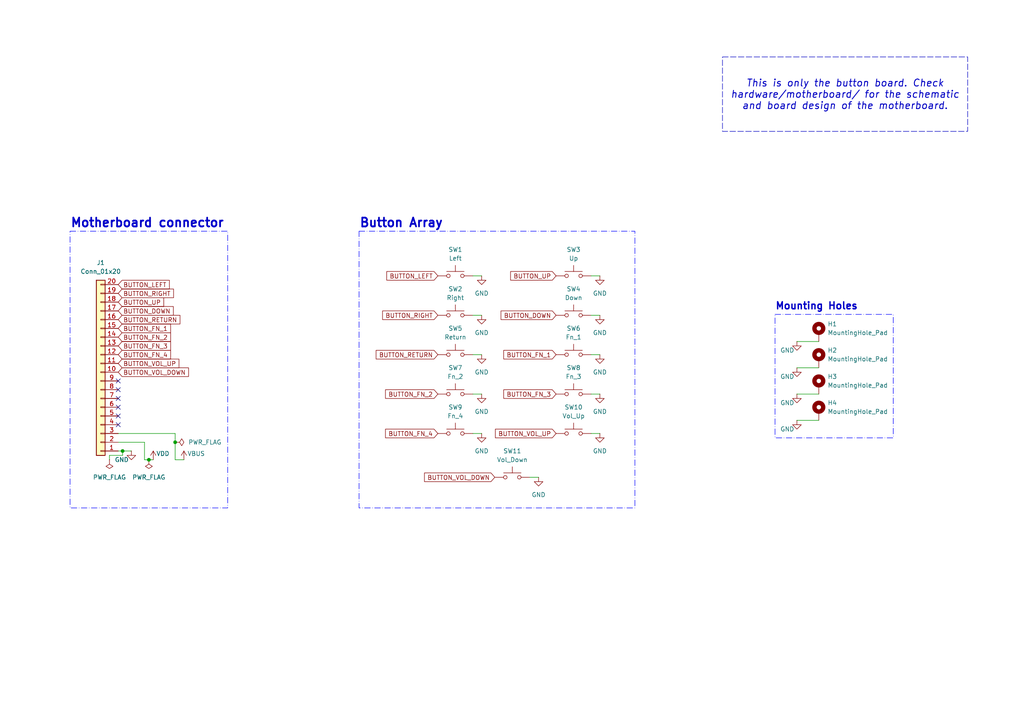
<source format=kicad_sch>
(kicad_sch (version 20250114) (generator "eeschema") (generator_version "9.0")
  (paper "A4")
  (title_block (title "NorthReach 1 - Button board") (date "2026-01-08") (rev "v1.0") (company "Stratos Thivaios") (comment 1 "CERN Open Hardware License v2 - Strongly Reciprocal") (comment 2 "Copyright © 2026 Stratos Thivaios") (comment 3 "github.com/sthivaios/northreach_1"))
  (lib_symbols
    (symbol "Connector_Generic:Conn_01x20" (pin_names (offset 1.016) (hide yes))
      (property "Reference" "J" (at 0 25.4 0))
      (property "Value" "Conn_01x20" (at 0 -27.94 0))
      (symbol "Conn_01x20_1_1"
        (rectangle (start -1.27 24.13) (end 1.27 -26.67) (stroke (width 0.254)) (fill (type background)))
        (rectangle (start -1.27 22.987) (end 0 22.733) (stroke (width 0.1524)))
        (rectangle (start -1.27 20.447) (end 0 20.193) (stroke (width 0.1524)))
        (rectangle (start -1.27 17.907) (end 0 17.653) (stroke (width 0.1524)))
        (rectangle (start -1.27 15.367) (end 0 15.113) (stroke (width 0.1524)))
        (rectangle (start -1.27 12.827) (end 0 12.573) (stroke (width 0.1524)))
        (rectangle (start -1.27 10.287) (end 0 10.033) (stroke (width 0.1524)))
        (rectangle (start -1.27 7.747) (end 0 7.493) (stroke (width 0.1524)))
        (rectangle (start -1.27 5.207) (end 0 4.953) (stroke (width 0.1524)))
        (rectangle (start -1.27 2.667) (end 0 2.413) (stroke (width 0.1524)))
        (rectangle (start -1.27 0.127) (end 0 -0.127) (stroke (width 0.1524)))
        (rectangle (start -1.27 -2.413) (end 0 -2.667) (stroke (width 0.1524)))
        (rectangle (start -1.27 -4.953) (end 0 -5.207) (stroke (width 0.1524)))
        (rectangle (start -1.27 -7.493) (end 0 -7.747) (stroke (width 0.1524)))
        (rectangle (start -1.27 -10.033) (end 0 -10.287) (stroke (width 0.1524)))
        (rectangle (start -1.27 -12.573) (end 0 -12.827) (stroke (width 0.1524)))
        (rectangle (start -1.27 -15.113) (end 0 -15.367) (stroke (width 0.1524)))
        (rectangle (start -1.27 -17.653) (end 0 -17.907) (stroke (width 0.1524)))
        (rectangle (start -1.27 -20.193) (end 0 -20.447) (stroke (width 0.1524)))
        (rectangle (start -1.27 -22.733) (end 0 -22.987) (stroke (width 0.1524)))
        (rectangle (start -1.27 -25.273) (end 0 -25.527) (stroke (width 0.1524)))
        (pin passive line (at -5.08 22.86 0) (length 3.81) (name "Pin_1") (number "1"))
        (pin passive line (at -5.08 20.32 0) (length 3.81) (name "Pin_2") (number "2"))
        (pin passive line (at -5.08 17.78 0) (length 3.81) (name "Pin_3") (number "3"))
        (pin passive line (at -5.08 15.24 0) (length 3.81) (name "Pin_4") (number "4"))
        (pin passive line (at -5.08 12.7 0) (length 3.81) (name "Pin_5") (number "5"))
        (pin passive line (at -5.08 10.16 0) (length 3.81) (name "Pin_6") (number "6"))
        (pin passive line (at -5.08 7.62 0) (length 3.81) (name "Pin_7") (number "7"))
        (pin passive line (at -5.08 5.08 0) (length 3.81) (name "Pin_8") (number "8"))
        (pin passive line (at -5.08 2.54 0) (length 3.81) (name "Pin_9") (number "9"))
        (pin passive line (at -5.08 0 0) (length 3.81) (name "Pin_10") (number "10"))
        (pin passive line (at -5.08 -2.54 0) (length 3.81) (name "Pin_11") (number "11"))
        (pin passive line (at -5.08 -5.08 0) (length 3.81) (name "Pin_12") (number "12"))
        (pin passive line (at -5.08 -7.62 0) (length 3.81) (name "Pin_13") (number "13"))
        (pin passive line (at -5.08 -10.16 0) (length 3.81) (name "Pin_14") (number "14"))
        (pin passive line (at -5.08 -12.7 0) (length 3.81) (name "Pin_15") (number "15"))
        (pin passive line (at -5.08 -15.24 0) (length 3.81) (name "Pin_16") (number "16"))
        (pin passive line (at -5.08 -17.78 0) (length 3.81) (name "Pin_17") (number "17"))
        (pin passive line (at -5.08 -20.32 0) (length 3.81) (name "Pin_18") (number "18"))
        (pin passive line (at -5.08 -22.86 0) (length 3.81) (name "Pin_19") (number "19"))
        (pin passive line (at -5.08 -25.4 0) (length 3.81) (name "Pin_20") (number "20"))
      )
    )
    (symbol "Mechanical:MountingHole_Pad" (pin_numbers (hide yes)) (pin_names (offset 1.016) (hide yes)) (in_bom no)
      (property "Reference" "H" (at 0 6.35 0))
      (property "Value" "MountingHole_Pad" (at 0 4.445 0))
      (symbol "MountingHole_Pad_0_1"
        (circle (center 0 1.27) (radius 1.27) (stroke (width 1.27)))
      )
      (symbol "MountingHole_Pad_1_1"
        (pin input line (at 0 -2.54 90) (length 2.54) (name "1") (number "1"))
      )
    )
    (symbol "Switch:SW_Push" (pin_numbers (hide yes)) (pin_names (offset 1.016) (hide yes))
      (property "Reference" "SW" (at 1.27 2.54 0))
      (property "Value" "SW_Push" (at 0 -1.524 0))
      (symbol "SW_Push_0_1"
        (circle (center -2.032 0) (radius 0.508))
        (polyline (pts (xy 0 1.27) (xy 0 3.048)))
        (circle (center 2.032 0) (radius 0.508))
        (polyline (pts (xy 2.54 1.27) (xy -2.54 1.27)))
        (pin passive line (at -5.08 0 0) (length 2.54) (name "1") (number "1"))
        (pin passive line (at 5.08 0 180) (length 2.54) (name "2") (number "2"))
      )
    )
    (symbol "power:GND" (power) (pin_numbers (hide yes)) (pin_names (offset 0) (hide yes))
      (property "Value" "GND" (at 0 -3.81 0))
      (symbol "GND_0_1"
        (polyline (pts (xy 0 0) (xy 0 -1.27) (xy 1.27 -1.27) (xy 0 -2.54) (xy -1.27 -1.27) (xy 0 -1.27)))
      )
      (symbol "GND_1_1"
        (pin power_in line (at 0 0 270) (length 0) (name "~") (number "1"))
      )
    )
    (symbol "power:PWR_FLAG" (power) (pin_numbers (hide yes)) (pin_names (offset 0) (hide yes))
      (property "Value" "PWR_FLAG" (at 0 3.81 0))
      (symbol "PWR_FLAG_0_0"
        (pin power_out line (at 0 0 90) (length 0) (name "~") (number "1"))
      )
      (symbol "PWR_FLAG_0_1"
        (polyline (pts (xy 0 0) (xy 0 1.27) (xy -1.016 1.905) (xy 0 2.54) (xy 1.016 1.905) (xy 0 1.27)))
      )
    )
    (symbol "power:VBUS" (power) (pin_numbers (hide yes)) (pin_names (offset 0) (hide yes))
      (property "Value" "VBUS" (at 0 3.556 0))
      (symbol "VBUS_0_1"
        (polyline (pts (xy -0.762 1.27) (xy 0 2.54)))
        (polyline (pts (xy 0 2.54) (xy 0.762 1.27)))
        (polyline (pts (xy 0 0) (xy 0 2.54)))
      )
      (symbol "VBUS_1_1"
        (pin power_in line (at 0 0 90) (length 0) (name "~") (number "1"))
      )
    )
    (symbol "power:VDD" (power) (pin_numbers (hide yes)) (pin_names (offset 0) (hide yes))
      (property "Value" "VDD" (at 0 3.556 0))
      (symbol "VDD_0_1"
        (polyline (pts (xy -0.762 1.27) (xy 0 2.54)))
        (polyline (pts (xy 0 2.54) (xy 0.762 1.27)))
        (polyline (pts (xy 0 0) (xy 0 2.54)))
      )
      (symbol "VDD_1_1"
        (pin power_in line (at 0 0 90) (length 0) (name "~") (number "1"))
      )
    )
  )
  (rectangle (start 20.32 67.056) (end 66.04 147.32) (stroke (width 0) (type dash_dot) (color 0 1 255 1)))
  (rectangle (start 104.14 67.056) (end 184.15 147.32) (stroke (width 0) (type dash_dot) (color 0 1 255 1)))
  (rectangle (start 224.79 91.186) (end 259.08 127) (stroke (width 0) (type dash_dot) (color 0 1 255 1)))
  (text "Motherboard connector" (at 20.32 64.77 0) (effects (font (size 2.54 2.54) (thickness 0.508) (bold yes)) (justify left)))
  (text "Mounting Holes" (at 224.79 88.9 0) (effects (font (size 2.032 2.032) (thickness 0.4064) (bold yes)) (justify left)))
  (text "Button Array" (at 104.14 64.77 0) (effects (font (size 2.54 2.54) (thickness 0.508) (bold yes)) (justify left)))
  (text_box "This is only the button board. Check hardware/motherboard/ for the schematic and board design of the motherboard." (at 209.55 16.51 0) (size 71.12 21.59) (margins 0.9525 0.9525 0.9525 0.9525) (stroke (width 0) (type dash)) (effects (font (size 2.032 2.032) (thickness 0.254) (italic yes))))
  (junction (at 43.18 133.35))
  (junction (at 50.8 128.27))
  (junction (at 35.56 130.81))
  (no_connect (at 34.29 115.57))
  (no_connect (at 34.29 110.49))
  (no_connect (at 34.29 113.03))
  (no_connect (at 34.29 123.19))
  (no_connect (at 34.29 118.11))
  (no_connect (at 34.29 120.65))
  (wire (pts (xy 137.16 114.3) (xy 139.7 114.3)))
  (wire (pts (xy 137.16 91.44) (xy 139.7 91.44)))
  (wire (pts (xy 50.8 125.73) (xy 50.8 128.27)))
  (wire (pts (xy 137.16 80.01) (xy 139.7 80.01)))
  (wire (pts (xy 153.67 138.43) (xy 156.21 138.43)))
  (wire (pts (xy 231.14 106.68) (xy 237.49 106.68)))
  (wire (pts (xy 50.8 128.27) (xy 50.8 133.35)))
  (wire (pts (xy 137.16 125.73) (xy 139.7 125.73)))
  (wire (pts (xy 31.75 133.35) (xy 31.75 132.08)))
  (wire (pts (xy 171.45 114.3) (xy 173.99 114.3)))
  (wire (pts (xy 231.14 114.3) (xy 237.49 114.3)))
  (wire (pts (xy 41.91 133.35) (xy 43.18 133.35)))
  (wire (pts (xy 171.45 91.44) (xy 173.99 91.44)))
  (wire (pts (xy 41.91 128.27) (xy 41.91 133.35)))
  (wire (pts (xy 171.45 80.01) (xy 173.99 80.01)))
  (wire (pts (xy 34.29 130.81) (xy 35.56 130.81)))
  (wire (pts (xy 35.56 130.81) (xy 38.1 130.81)))
  (wire (pts (xy 35.56 132.08) (xy 35.56 130.81)))
  (wire (pts (xy 171.45 125.73) (xy 173.99 125.73)))
  (wire (pts (xy 34.29 125.73) (xy 50.8 125.73)))
  (wire (pts (xy 171.45 102.87) (xy 173.99 102.87)))
  (wire (pts (xy 31.75 132.08) (xy 35.56 132.08)))
  (wire (pts (xy 43.18 133.35) (xy 44.45 133.35)))
  (wire (pts (xy 137.16 102.87) (xy 139.7 102.87)))
  (wire (pts (xy 231.14 99.06) (xy 237.49 99.06)))
  (wire (pts (xy 34.29 128.27) (xy 41.91 128.27)))
  (wire (pts (xy 231.14 121.92) (xy 237.49 121.92)))
  (wire (pts (xy 50.8 133.35) (xy 53.34 133.35)))
  (global_label "BUTTON_UP" (shape input) (at 34.29 87.63 0) (property "Intersheetrefs" "${INTERSHEET_REFS}" (effects (hide yes))))
  (global_label "BUTTON_LEFT" (shape input) (at 34.29 82.55 0) (property "Intersheetrefs" "${INTERSHEET_REFS}" (effects (hide yes))))
  (global_label "BUTTON_RETURN" (shape input) (at 34.29 92.71 0) (property "Intersheetrefs" "${INTERSHEET_REFS}" (effects (hide yes))))
  (global_label "BUTTON_VOL_UP" (shape input) (at 34.29 105.41 0) (property "Intersheetrefs" "${INTERSHEET_REFS}" (effects (hide yes))))
  (global_label "BUTTON_DOWN" (shape input) (at 161.29 91.44 180) (property "Intersheetrefs" "${INTERSHEET_REFS}" (effects (hide yes))))
  (global_label "BUTTON_FN_1" (shape input) (at 161.29 102.87 180) (property "Intersheetrefs" "${INTERSHEET_REFS}" (effects (hide yes))))
  (global_label "BUTTON_VOL_UP" (shape input) (at 161.29 125.73 180) (property "Intersheetrefs" "${INTERSHEET_REFS}" (effects (hide yes))))
  (global_label "BUTTON_VOL_DOWN" (shape input) (at 34.29 107.95 0) (property "Intersheetrefs" "${INTERSHEET_REFS}" (effects (hide yes))))
  (global_label "BUTTON_FN_1" (shape input) (at 34.29 95.25 0) (property "Intersheetrefs" "${INTERSHEET_REFS}" (effects (hide yes))))
  (global_label "BUTTON_DOWN" (shape input) (at 34.29 90.17 0) (property "Intersheetrefs" "${INTERSHEET_REFS}" (effects (hide yes))))
  (global_label "BUTTON_FN_4" (shape input) (at 34.29 102.87 0) (property "Intersheetrefs" "${INTERSHEET_REFS}" (effects (hide yes))))
  (global_label "BUTTON_FN_2" (shape input) (at 34.29 97.79 0) (property "Intersheetrefs" "${INTERSHEET_REFS}" (effects (hide yes))))
  (global_label "BUTTON_RETURN" (shape input) (at 127 102.87 180) (property "Intersheetrefs" "${INTERSHEET_REFS}" (effects (hide yes))))
  (global_label "BUTTON_LEFT" (shape input) (at 127 80.01 180) (property "Intersheetrefs" "${INTERSHEET_REFS}" (effects (hide yes))))
  (global_label "BUTTON_RIGHT" (shape input) (at 34.29 85.09 0) (property "Intersheetrefs" "${INTERSHEET_REFS}" (effects (hide yes))))
  (global_label "BUTTON_UP" (shape input) (at 161.29 80.01 180) (property "Intersheetrefs" "${INTERSHEET_REFS}" (effects (hide yes))))
  (global_label "BUTTON_FN_2" (shape input) (at 127 114.3 180) (property "Intersheetrefs" "${INTERSHEET_REFS}" (effects (hide yes))))
  (global_label "BUTTON_FN_4" (shape input) (at 127 125.73 180) (property "Intersheetrefs" "${INTERSHEET_REFS}" (effects (hide yes))))
  (global_label "BUTTON_RIGHT" (shape input) (at 127 91.44 180) (property "Intersheetrefs" "${INTERSHEET_REFS}" (effects (hide yes))))
  (global_label "BUTTON_VOL_DOWN" (shape input) (at 143.51 138.43 180) (property "Intersheetrefs" "${INTERSHEET_REFS}" (effects (hide yes))))
  (global_label "BUTTON_FN_3" (shape input) (at 34.29 100.33 0) (property "Intersheetrefs" "${INTERSHEET_REFS}" (effects (hide yes))))
  (global_label "BUTTON_FN_3" (shape input) (at 161.29 114.3 180) (property "Intersheetrefs" "${INTERSHEET_REFS}" (effects (hide yes))))
  (symbol (lib_id "Connector_Generic:Conn_01x20") (at 29.21 107.95 180) (unit 1)
    (property "Reference" "J1" (at 29.21 76.2 0))
    (property "Value" "Conn_01x20" (at 29.21 78.74 0))
    (property "Footprint" "Connector_FFC-FPC:Hirose_FH12-20S-0.5SH_1x20-1MP_P0.50mm_Horizontal" (effects (hide yes)))
    (property "Description" "Generic connector, single row, 01x20, script generated (kicad-library-utils/schlib/autogen/connector/)" (effects (hide yes)))
    (property "LCSC" "C596730" (effects (hide yes)))
  )
  (symbol (lib_id "Switch:SW_Push") (at 166.37 80.01 0) (unit 1)
    (property "Reference" "SW3" (at 166.37 72.39 0))
    (property "Value" "Up" (at 166.37 74.93 0))
    (property "Footprint" "Button_Switch_THT:SW_PUSH_6mm_H5mm" (effects (hide yes)))
    (property "Description" "Push button switch, generic, two pins" (effects (hide yes)))
  )
  (symbol (lib_id "Switch:SW_Push") (at 132.08 91.44 0) (unit 1)
    (property "Reference" "SW2" (at 132.08 83.82 0))
    (property "Value" "Right" (at 132.08 86.36 0))
    (property "Footprint" "Button_Switch_THT:SW_PUSH_6mm_H5mm" (effects (hide yes)))
    (property "Description" "Push button switch, generic, two pins" (effects (hide yes)))
  )
  (symbol (lib_id "Switch:SW_Push") (at 166.37 125.73 0) (unit 1)
    (property "Reference" "SW10" (at 166.37 118.11 0))
    (property "Value" "Vol_Up" (at 166.37 120.65 0))
    (property "Footprint" "Button_Switch_THT:SW_PUSH_6mm_H5mm" (effects (hide yes)))
    (property "Description" "Push button switch, generic, two pins" (effects (hide yes)))
  )
  (symbol (lib_id "power:GND") (at 139.7 114.3 0) (unit 1)
    (property "Reference" "#PWR036" (effects (hide yes)))
    (property "Value" "GND" (at 139.7 119.38 0))
    (property "Description" "Power symbol creates a global label with name \"GND\" , ground" (effects (hide yes)))
  )
  (symbol (lib_id "power:GND") (at 173.99 102.87 0) (unit 1)
    (property "Reference" "#PWR033" (effects (hide yes)))
    (property "Value" "GND" (at 173.99 107.95 0))
    (property "Description" "Power symbol creates a global label with name \"GND\" , ground" (effects (hide yes)))
  )
  (symbol (lib_id "Switch:SW_Push") (at 132.08 125.73 0) (unit 1)
    (property "Reference" "SW9" (at 132.08 118.11 0))
    (property "Value" "Fn_4" (at 132.08 120.65 0))
    (property "Footprint" "Button_Switch_THT:SW_PUSH_6mm_H5mm" (effects (hide yes)))
    (property "Description" "Push button switch, generic, two pins" (effects (hide yes)))
  )
  (symbol (lib_id "Switch:SW_Push") (at 132.08 80.01 0) (unit 1)
    (property "Reference" "SW1" (at 132.08 72.39 0))
    (property "Value" "Left" (at 132.08 74.93 0))
    (property "Footprint" "Button_Switch_THT:SW_PUSH_6mm_H5mm" (effects (hide yes)))
    (property "Description" "Push button switch, generic, two pins" (effects (hide yes)))
  )
  (symbol (lib_id "Mechanical:MountingHole_Pad") (at 237.49 119.38 0) (unit 1) (in_bom no)
    (property "Reference" "H4" (at 240.03 116.8399 0) (effects (justify left)))
    (property "Value" "MountingHole_Pad" (at 240.03 119.3799 0) (effects (justify left)))
    (property "Footprint" "MountingHole:MountingHole_2.2mm_M2_Pad" (effects (hide yes)))
    (property "Description" "Mounting Hole with connection" (effects (hide yes)))
  )
  (symbol (lib_id "power:GND") (at 173.99 125.73 0) (unit 1)
    (property "Reference" "#PWR032" (effects (hide yes)))
    (property "Value" "GND" (at 173.99 130.81 0))
    (property "Description" "Power symbol creates a global label with name \"GND\" , ground" (effects (hide yes)))
  )
  (symbol (lib_id "power:GND") (at 231.14 114.3 0) (mirror y) (unit 1)
    (property "Reference" "#PWR044" (effects (hide yes)))
    (property "Value" "GND" (at 228.346 116.84 0))
    (property "Description" "Power symbol creates a global label with name \"GND\" , ground" (effects (hide yes)))
  )
  (symbol (lib_id "power:GND") (at 139.7 80.01 0) (unit 1)
    (property "Reference" "#PWR028" (effects (hide yes)))
    (property "Value" "GND" (at 139.7 85.09 0))
    (property "Description" "Power symbol creates a global label with name \"GND\" , ground" (effects (hide yes)))
  )
  (symbol (lib_id "power:PWR_FLAG") (at 31.75 133.35 180) (unit 1)
    (property "Reference" "#FLG03" (effects (hide yes)))
    (property "Value" "PWR_FLAG" (at 31.75 138.43 0))
    (property "Description" "Special symbol for telling ERC where power comes from" (effects (hide yes)))
  )
  (symbol (lib_id "power:GND") (at 173.99 114.3 0) (unit 1)
    (property "Reference" "#PWR037" (effects (hide yes)))
    (property "Value" "GND" (at 173.99 119.38 0))
    (property "Description" "Power symbol creates a global label with name \"GND\" , ground" (effects (hide yes)))
  )
  (symbol (lib_id "power:GND") (at 231.14 121.92 0) (mirror y) (unit 1)
    (property "Reference" "#PWR045" (effects (hide yes)))
    (property "Value" "GND" (at 228.346 124.46 0))
    (property "Description" "Power symbol creates a global label with name \"GND\" , ground" (effects (hide yes)))
  )
  (symbol (lib_id "power:GND") (at 231.14 106.68 0) (mirror y) (unit 1)
    (property "Reference" "#PWR043" (effects (hide yes)))
    (property "Value" "GND" (at 228.346 109.22 0))
    (property "Description" "Power symbol creates a global label with name \"GND\" , ground" (effects (hide yes)))
  )
  (symbol (lib_id "power:GND") (at 139.7 125.73 0) (unit 1)
    (property "Reference" "#PWR038" (effects (hide yes)))
    (property "Value" "GND" (at 139.7 130.81 0))
    (property "Description" "Power symbol creates a global label with name \"GND\" , ground" (effects (hide yes)))
  )
  (symbol (lib_id "Switch:SW_Push") (at 166.37 114.3 0) (unit 1)
    (property "Reference" "SW8" (at 166.37 106.68 0))
    (property "Value" "Fn_3" (at 166.37 109.22 0))
    (property "Footprint" "Button_Switch_THT:SW_PUSH_6mm_H5mm" (effects (hide yes)))
    (property "Description" "Push button switch, generic, two pins" (effects (hide yes)))
  )
  (symbol (lib_id "power:GND") (at 173.99 80.01 0) (unit 1)
    (property "Reference" "#PWR031" (effects (hide yes)))
    (property "Value" "GND" (at 173.99 85.09 0))
    (property "Description" "Power symbol creates a global label with name \"GND\" , ground" (effects (hide yes)))
  )
  (symbol (lib_id "Mechanical:MountingHole_Pad") (at 237.49 104.14 0) (unit 1) (in_bom no)
    (property "Reference" "H2" (at 240.03 101.5999 0) (effects (justify left)))
    (property "Value" "MountingHole_Pad" (at 240.03 104.1399 0) (effects (justify left)))
    (property "Footprint" "MountingHole:MountingHole_2.2mm_M2_Pad" (effects (hide yes)))
    (property "Description" "Mounting Hole with connection" (effects (hide yes)))
  )
  (symbol (lib_id "power:GND") (at 231.14 99.06 0) (mirror y) (unit 1)
    (property "Reference" "#PWR042" (effects (hide yes)))
    (property "Value" "GND" (at 228.346 101.6 0))
    (property "Description" "Power symbol creates a global label with name \"GND\" , ground" (effects (hide yes)))
  )
  (symbol (lib_id "power:GND") (at 139.7 102.87 0) (unit 1)
    (property "Reference" "#PWR030" (effects (hide yes)))
    (property "Value" "GND" (at 139.7 107.95 0))
    (property "Description" "Power symbol creates a global label with name \"GND\" , ground" (effects (hide yes)))
  )
  (symbol (lib_id "Switch:SW_Push") (at 148.59 138.43 0) (unit 1)
    (property "Reference" "SW11" (at 148.59 130.81 0))
    (property "Value" "Vol_Down" (at 148.59 133.35 0))
    (property "Footprint" "Button_Switch_THT:SW_PUSH_6mm_H5mm" (effects (hide yes)))
    (property "Description" "Push button switch, generic, two pins" (effects (hide yes)))
  )
  (symbol (lib_id "power:GND") (at 173.99 91.44 0) (unit 1)
    (property "Reference" "#PWR034" (effects (hide yes)))
    (property "Value" "GND" (at 173.99 96.52 0))
    (property "Description" "Power symbol creates a global label with name \"GND\" , ground" (effects (hide yes)))
  )
  (symbol (lib_id "Switch:SW_Push") (at 166.37 91.44 0) (unit 1)
    (property "Reference" "SW4" (at 166.37 83.82 0))
    (property "Value" "Down" (at 166.37 86.36 0))
    (property "Footprint" "Button_Switch_THT:SW_PUSH_6mm_H5mm" (effects (hide yes)))
    (property "Description" "Push button switch, generic, two pins" (effects (hide yes)))
  )
  (symbol (lib_id "power:GND") (at 156.21 138.43 0) (unit 1)
    (property "Reference" "#PWR035" (effects (hide yes)))
    (property "Value" "GND" (at 156.21 143.51 0))
    (property "Description" "Power symbol creates a global label with name \"GND\" , ground" (effects (hide yes)))
  )
  (symbol (lib_id "power:GND") (at 38.1 130.81 0) (mirror y) (unit 1)
    (property "Reference" "#PWR01" (effects (hide yes)))
    (property "Value" "GND" (at 35.306 133.35 0))
    (property "Description" "Power symbol creates a global label with name \"GND\" , ground" (effects (hide yes)))
  )
  (symbol (lib_id "Mechanical:MountingHole_Pad") (at 237.49 111.76 0) (unit 1) (in_bom no)
    (property "Reference" "H3" (at 240.03 109.2199 0) (effects (justify left)))
    (property "Value" "MountingHole_Pad" (at 240.03 111.7599 0) (effects (justify left)))
    (property "Footprint" "MountingHole:MountingHole_2.2mm_M2_Pad" (effects (hide yes)))
    (property "Description" "Mounting Hole with connection" (effects (hide yes)))
  )
  (symbol (lib_id "power:VBUS") (at 53.34 133.35 0) (unit 1)
    (property "Reference" "#PWR03" (effects (hide yes)))
    (property "Value" "VBUS" (at 56.896 131.572 0))
    (property "Description" "Power symbol creates a global label with name \"VBUS\"" (effects (hide yes)))
  )
  (symbol (lib_id "Switch:SW_Push") (at 132.08 102.87 0) (unit 1)
    (property "Reference" "SW5" (at 132.08 95.25 0))
    (property "Value" "Return" (at 132.08 97.79 0))
    (property "Footprint" "Button_Switch_THT:SW_PUSH_6mm_H5mm" (effects (hide yes)))
    (property "Description" "Push button switch, generic, two pins" (effects (hide yes)))
  )
  (symbol (lib_id "power:PWR_FLAG") (at 43.18 133.35 180) (unit 1)
    (property "Reference" "#FLG02" (effects (hide yes)))
    (property "Value" "PWR_FLAG" (at 43.18 138.43 0))
    (property "Description" "Special symbol for telling ERC where power comes from" (effects (hide yes)))
  )
  (symbol (lib_id "Switch:SW_Push") (at 166.37 102.87 0) (unit 1)
    (property "Reference" "SW6" (at 166.37 95.25 0))
    (property "Value" "Fn_1" (at 166.37 97.79 0))
    (property "Footprint" "Button_Switch_THT:SW_PUSH_6mm_H5mm" (effects (hide yes)))
    (property "Description" "Push button switch, generic, two pins" (effects (hide yes)))
  )
  (symbol (lib_id "power:GND") (at 139.7 91.44 0) (unit 1)
    (property "Reference" "#PWR029" (effects (hide yes)))
    (property "Value" "GND" (at 139.7 96.52 0))
    (property "Description" "Power symbol creates a global label with name \"GND\" , ground" (effects (hide yes)))
  )
  (symbol (lib_id "Switch:SW_Push") (at 132.08 114.3 0) (unit 1)
    (property "Reference" "SW7" (at 132.08 106.68 0))
    (property "Value" "Fn_2" (at 132.08 109.22 0))
    (property "Footprint" "Button_Switch_THT:SW_PUSH_6mm_H5mm" (effects (hide yes)))
    (property "Description" "Push button switch, generic, two pins" (effects (hide yes)))
  )
  (symbol (lib_id "power:VDD") (at 44.45 133.35 0) (unit 1)
    (property "Reference" "#PWR02" (effects (hide yes)))
    (property "Value" "VDD" (at 47.244 131.572 0))
    (property "Description" "Power symbol creates a global label with name \"VDD\"" (effects (hide yes)))
  )
  (symbol (lib_id "Mechanical:MountingHole_Pad") (at 237.49 96.52 0) (unit 1) (in_bom no)
    (property "Reference" "H1" (at 240.03 93.9799 0) (effects (justify left)))
    (property "Value" "MountingHole_Pad" (at 240.03 96.5199 0) (effects (justify left)))
    (property "Footprint" "MountingHole:MountingHole_2.2mm_M2_Pad" (effects (hide yes)))
    (property "Description" "Mounting Hole with connection" (effects (hide yes)))
  )
  (symbol (lib_id "power:PWR_FLAG") (at 50.8 128.27 270) (unit 1)
    (property "Reference" "#FLG01" (effects (hide yes)))
    (property "Value" "PWR_FLAG" (at 54.61 128.2699 90) (effects (justify left)))
    (property "Description" "Special symbol for telling ERC where power comes from" (effects (hide yes)))
  )
)
</source>
